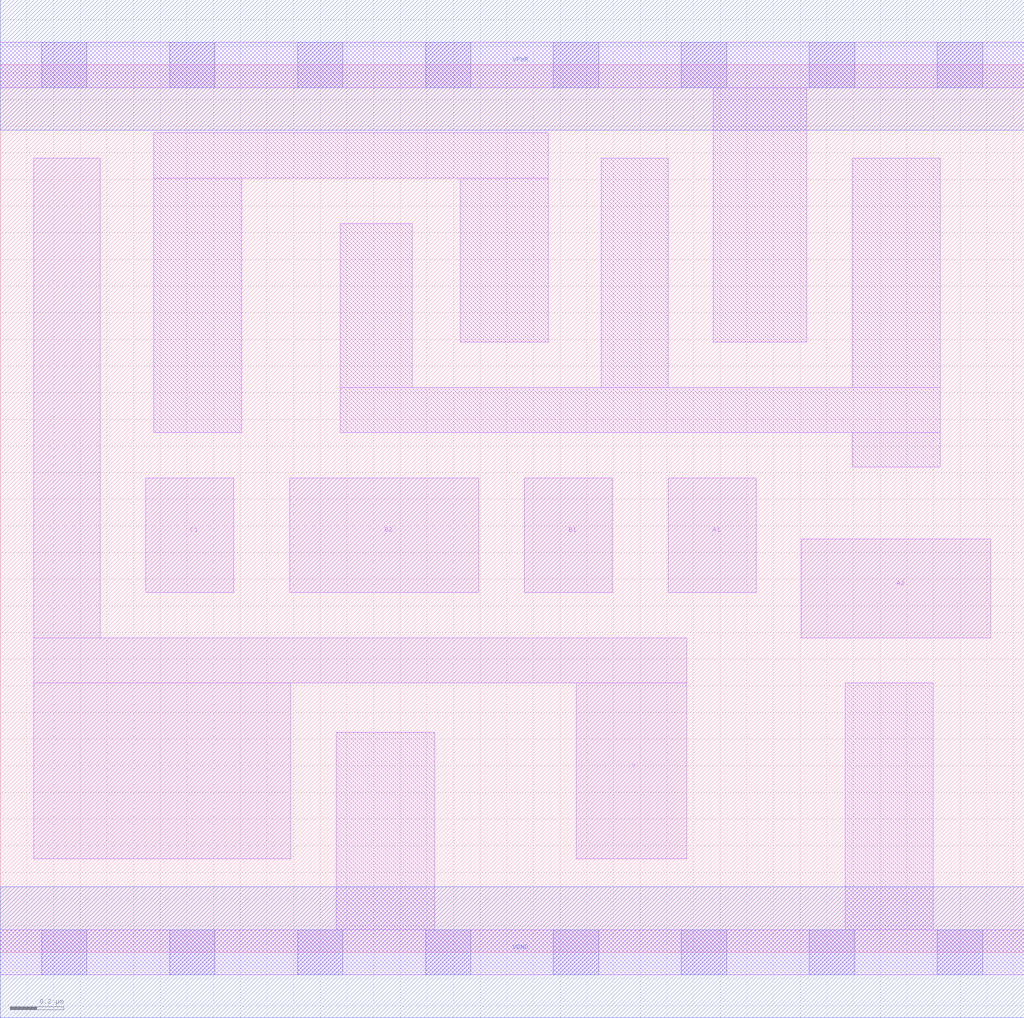
<source format=lef>
# Copyright 2020 The SkyWater PDK Authors
#
# Licensed under the Apache License, Version 2.0 (the "License");
# you may not use this file except in compliance with the License.
# You may obtain a copy of the License at
#
#     https://www.apache.org/licenses/LICENSE-2.0
#
# Unless required by applicable law or agreed to in writing, software
# distributed under the License is distributed on an "AS IS" BASIS,
# WITHOUT WARRANTIES OR CONDITIONS OF ANY KIND, either express or implied.
# See the License for the specific language governing permissions and
# limitations under the License.
#
# SPDX-License-Identifier: Apache-2.0

VERSION 5.7 ;
  NAMESCASESENSITIVE ON ;
  NOWIREEXTENSIONATPIN ON ;
  DIVIDERCHAR "/" ;
  BUSBITCHARS "[]" ;
UNITS
  DATABASE MICRONS 200 ;
END UNITS
MACRO sky130_fd_sc_ls__a221oi_1
  CLASS CORE ;
  SOURCE USER ;
  FOREIGN sky130_fd_sc_ls__a221oi_1 ;
  ORIGIN  0.000000  0.000000 ;
  SIZE  3.840000 BY  3.330000 ;
  SYMMETRY X Y ;
  SITE unit ;
  PIN A1
    ANTENNAGATEAREA  0.279000 ;
    DIRECTION INPUT ;
    USE SIGNAL ;
    PORT
      LAYER li1 ;
        RECT 2.505000 1.350000 2.835000 1.780000 ;
    END
  END A1
  PIN A2
    ANTENNAGATEAREA  0.279000 ;
    DIRECTION INPUT ;
    USE SIGNAL ;
    PORT
      LAYER li1 ;
        RECT 3.005000 1.180000 3.715000 1.550000 ;
    END
  END A2
  PIN B1
    ANTENNAGATEAREA  0.279000 ;
    DIRECTION INPUT ;
    USE SIGNAL ;
    PORT
      LAYER li1 ;
        RECT 1.965000 1.350000 2.295000 1.780000 ;
    END
  END B1
  PIN B2
    ANTENNAGATEAREA  0.279000 ;
    DIRECTION INPUT ;
    USE SIGNAL ;
    PORT
      LAYER li1 ;
        RECT 1.085000 1.350000 1.795000 1.780000 ;
    END
  END B2
  PIN C1
    ANTENNAGATEAREA  0.279000 ;
    DIRECTION INPUT ;
    USE SIGNAL ;
    PORT
      LAYER li1 ;
        RECT 0.545000 1.350000 0.875000 1.780000 ;
    END
  END C1
  PIN Y
    ANTENNADIFFAREA  1.177500 ;
    DIRECTION OUTPUT ;
    USE SIGNAL ;
    PORT
      LAYER li1 ;
        RECT 0.125000 0.350000 1.090000 1.010000 ;
        RECT 0.125000 1.010000 2.575000 1.180000 ;
        RECT 0.125000 1.180000 0.375000 2.980000 ;
        RECT 2.160000 0.350000 2.575000 1.010000 ;
    END
  END Y
  PIN VGND
    DIRECTION INOUT ;
    SHAPE ABUTMENT ;
    USE GROUND ;
    PORT
      LAYER met1 ;
        RECT 0.000000 -0.245000 3.840000 0.245000 ;
    END
  END VGND
  PIN VPWR
    DIRECTION INOUT ;
    SHAPE ABUTMENT ;
    USE POWER ;
    PORT
      LAYER met1 ;
        RECT 0.000000 3.085000 3.840000 3.575000 ;
    END
  END VPWR
  OBS
    LAYER li1 ;
      RECT 0.000000 -0.085000 3.840000 0.085000 ;
      RECT 0.000000  3.245000 3.840000 3.415000 ;
      RECT 0.575000  1.950000 0.905000 2.905000 ;
      RECT 0.575000  2.905000 2.055000 3.075000 ;
      RECT 1.260000  0.085000 1.630000 0.825000 ;
      RECT 1.275000  1.950000 3.525000 2.120000 ;
      RECT 1.275000  2.120000 1.545000 2.735000 ;
      RECT 1.725000  2.290000 2.055000 2.905000 ;
      RECT 2.255000  2.120000 2.505000 2.980000 ;
      RECT 2.675000  2.290000 3.025000 3.245000 ;
      RECT 3.170000  0.085000 3.500000 1.010000 ;
      RECT 3.195000  1.820000 3.525000 1.950000 ;
      RECT 3.195000  2.120000 3.525000 2.980000 ;
    LAYER mcon ;
      RECT 0.155000 -0.085000 0.325000 0.085000 ;
      RECT 0.155000  3.245000 0.325000 3.415000 ;
      RECT 0.635000 -0.085000 0.805000 0.085000 ;
      RECT 0.635000  3.245000 0.805000 3.415000 ;
      RECT 1.115000 -0.085000 1.285000 0.085000 ;
      RECT 1.115000  3.245000 1.285000 3.415000 ;
      RECT 1.595000 -0.085000 1.765000 0.085000 ;
      RECT 1.595000  3.245000 1.765000 3.415000 ;
      RECT 2.075000 -0.085000 2.245000 0.085000 ;
      RECT 2.075000  3.245000 2.245000 3.415000 ;
      RECT 2.555000 -0.085000 2.725000 0.085000 ;
      RECT 2.555000  3.245000 2.725000 3.415000 ;
      RECT 3.035000 -0.085000 3.205000 0.085000 ;
      RECT 3.035000  3.245000 3.205000 3.415000 ;
      RECT 3.515000 -0.085000 3.685000 0.085000 ;
      RECT 3.515000  3.245000 3.685000 3.415000 ;
  END
END sky130_fd_sc_ls__a221oi_1
END LIBRARY

</source>
